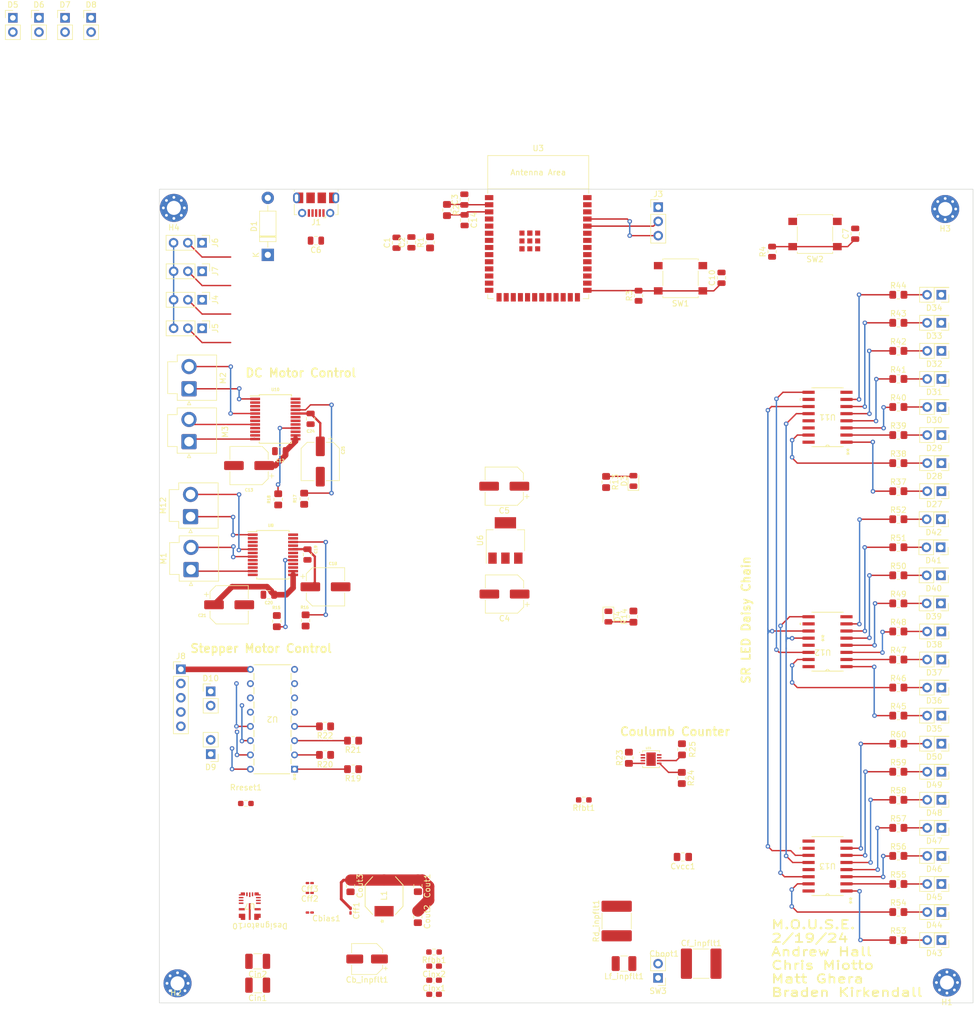
<source format=kicad_pcb>
(kicad_pcb (version 20221018) (generator pcbnew)
  (layers (0 "F.Cu" signal) (31 "B.Cu" signal) (34 "B.Paste" user) (35 "F.Paste" user) (36 "B.SilkS" user "B.Silkscreen") (37 "F.SilkS" user "F.Silkscreen") (38 "B.Mask" user) (39 "F.Mask" user) (44 "Edge.Cuts" user))
  (net 0 "")
  (net 1 "+3.3V")
  (net 2 "GND")
  (net 3 "/ESP_3V3")
  (net 4 "+5V")
  (net 5 "GPIO0")
  (net 6 "CHIP_PU")
  (net 7 "Net-(U7-SW)")
  (net 8 "Net-(U7-CBOOT)")
  (net 9 "Net-(Cb_inpflt1-Pad1)")
  (net 10 "Net-(U7-FB)")
  (net 11 "Net-(SW3-B)")
  (net 12 "Net-(U7-EN)")
  (net 13 "Net-(U7-VCC)")
  (net 14 "Net-(D1-A)")
  (net 15 "Net-(D3-A)")
  (net 16 "Net-(D4-A)")
  (net 17 "Net-(D27-A)")
  (net 18 "Net-(D28-A)")
  (net 19 "Net-(D29-A)")
  (net 20 "Net-(D30-A)")
  (net 21 "Net-(D31-A)")
  (net 22 "Net-(D32-A)")
  (net 23 "Net-(D33-A)")
  (net 24 "Net-(D34-A)")
  (net 25 "Net-(D35-A)")
  (net 26 "Net-(D36-A)")
  (net 27 "Net-(D37-A)")
  (net 28 "Net-(D38-A)")
  (net 29 "Net-(D39-A)")
  (net 30 "Net-(D40-A)")
  (net 31 "Net-(D41-A)")
  (net 32 "Net-(D42-A)")
  (net 33 "Net-(D43-A)")
  (net 34 "Net-(D44-A)")
  (net 35 "Net-(D45-A)")
  (net 36 "Net-(D46-A)")
  (net 37 "Net-(D47-A)")
  (net 38 "Net-(D48-A)")
  (net 39 "Net-(D49-A)")
  (net 40 "Net-(D50-A)")
  (net 41 "GPIO19")
  (net 42 "GPIO20")
  (net 45 "RXD")
  (net 46 "TXD")
  (net 47 "PIR1")
  (net 48 "PIR2")
  (net 49 "PIR3")
  (net 50 "PIR4")
  (net 51 "Net-(U2-OUT1)")
  (net 52 "MD1-1")
  (net 53 "Net-(U8-AIN1)")
  (net 54 "MD1-2")
  (net 55 "Net-(U8-AIN2)")
  (net 56 "MD2-1")
  (net 57 "Net-(U10-AIN1)")
  (net 58 "MD2-2")
  (net 59 "Net-(U10-AIN2)")
  (net 60 "SMD1")
  (net 61 "Net-(U2-IN1)")
  (net 62 "SMD2")
  (net 63 "Net-(U2-IN2)")
  (net 64 "SMD3")
  (net 65 "Net-(U2-IN3)")
  (net 66 "SMD4")
  (net 67 "Net-(U2-IN4)")
  (net 68 "CC-2")
  (net 69 "CC-1")
  (net 70 "CC-3")
  (net 71 "Net-(U11-QB)")
  (net 72 "Net-(U11-QA)")
  (net 73 "Net-(U11-QC)")
  (net 74 "Net-(U11-QD)")
  (net 75 "Net-(U11-QE)")
  (net 76 "Net-(U11-QF)")
  (net 77 "Net-(U11-QG)")
  (net 78 "Net-(U11-QH)")
  (net 79 "Net-(U12-QB)")
  (net 80 "Net-(U12-QA)")
  (net 81 "Net-(U12-QC)")
  (net 82 "Net-(U12-QD)")
  (net 83 "Net-(U12-QE)")
  (net 84 "Net-(U12-QF)")
  (net 85 "Net-(U12-QG)")
  (net 86 "Net-(U12-QH)")
  (net 87 "Net-(U13-QB)")
  (net 88 "Net-(U13-QA)")
  (net 89 "Net-(U13-QC)")
  (net 90 "Net-(U13-QD)")
  (net 91 "Net-(U13-QE)")
  (net 92 "Net-(U13-QF)")
  (net 93 "Net-(U13-QG)")
  (net 94 "Net-(U13-QH)")
  (net 95 "Net-(U7-RESET)")
  (net 96 "18V")
  (net 103 "LATCH")
  (net 104 "STBY")
  (net 106 "SER")
  (net 107 "CLK")
  (net 117 "MD2")
  (net 118 "MD1")
  (net 119 "Net-(U11-QH')")
  (net 120 "Net-(U12-QH')")
  (net 124 "Net-(D5-A1)")
  (net 125 "Net-(D5-A2)")
  (net 126 "Net-(D6-A1)")
  (net 127 "Net-(D6-A2)")
  (net 128 "Net-(D7-A1)")
  (net 129 "Net-(D7-A2)")
  (net 130 "Net-(D8-A1)")
  (net 131 "Net-(D8-A2)")
  (net 132 "Net-(D9-A1)")
  (net 133 "Net-(D9-A2)")
  (net 134 "Net-(D10-A2)")
  (footprint "Connector_USB:USB_Micro-B_Molex-105017-0001" (layer "F.Cu") (at 55.88 35.14369 180)
    (fp_text reference "J1")
    (fp_text value "USB_B_Micro")
  )
  (footprint "Capacitor_SMD:C_1210_3225Metric_Pad1.33x2.70mm_HandSolder" (layer "F.Cu") (at 45.461255 169.959407 180)
    (fp_text reference "Cin2")
    (fp_text value "10uF")
  )
  (footprint "MountingHole:MountingHole_2.5mm_Pad_Via" (layer "F.Cu") (at 30.521393 35.695996 180)
    (fp_text reference "H4")
    (fp_text value "MountingHole")
  )
  (footprint "Resistor_SMD:R_0805_2012Metric_Pad1.20x1.40mm_HandSolder" (layer "F.Cu") (at 159.635568 101.176187)
    (fp_text reference "R50")
    (fp_text value "200Ω")
  )
  (footprint "ULN2003APG:DIP-16L_6P35X19P18_TOS" (layer "F.Cu") (at 52.030198 135.71348 180)
    (fp_text reference "U2")
    (fp_text value "ULN2003APG")
  )
  (footprint "Capacitor_SMD:C_0805_2012Metric" (layer "F.Cu") (at 70.202146 41.906868 90)
    (fp_text reference "C1")
    (fp_text value "10uF/25V")
  )
  (footprint "MountingHole:MountingHole_2.5mm_Pad_Via" (layer "F.Cu") (at 31.173616 173.878341 180)
    (fp_text reference "H2")
    (fp_text value "MountingHole")
  )
  (footprint "Resistor_SMD:R_0805_2012Metric_Pad1.20x1.40mm_HandSolder" (layer "F.Cu") (at 57.4602 133.17348 180)
    (fp_text reference "R20")
    (fp_text value "20Ohm")
  )
  (footprint "SN74HC595NSR:NS16" (layer "F.Cu") (at 147.013768 113.001187 180)
    (fp_text reference "U12")
    (fp_text value "74HC595")
  )
  (footprint "Capacitor_SMD:C_0201_0603Metric_Pad0.64x0.40mm_HandSolder" (layer "F.Cu") (at 54.736255 156.014607 180)
    (fp_text reference "Cff3")
    (fp_text value "6.8pF")
  )
  (footprint "Resistor_SMD:R_0603_1608Metric_Pad0.98x0.95mm_HandSolder" (layer "F.Cu") (at 76.891035 168.304023 180)
    (fp_text reference "Rfbb1")
    (fp_text value "24.9kOhm")
  )
  (footprint "Connector_PinHeader_2.54mm:PinHeader_2x01_P2.54mm_Vertical" (layer "F.Cu") (at 167.219168 106.176187 180)
    (fp_text reference "D39")
    (fp_text value "LED")
  )
  (footprint "Capacitor_SMD:CP_Elec_6.3x7.7" (layer "F.Cu") (at 57.542791 103.221861)
    (fp_text reference "C18")
    (fp_text value "10uF")
  )
  (footprint "Connector_PinHeader_2.54mm:PinHeader_2x01_P2.54mm_Vertical" (layer "F.Cu") (at 167.29738 116.176187 180)
    (fp_text reference "D37")
    (fp_text value "LED")
  )
  (footprint "Connector_PinHeader_2.54mm:PinHeader_2x01_P2.54mm_Vertical" (layer "F.Cu") (at 167.29738 126.176187 180)
    (fp_text reference "D35")
    (fp_text value "LED")
  )
  (footprint "Capacitor_SMD:C_2220_5750Metric_Pad1.97x5.40mm_HandSolder" (layer "F.Cu") (at 109.4325 162.7775 90)
    (fp_text reference "Rd_inpflt1")
    (fp_text value "100mOhm")
  )
  (footprint "Connector_PinHeader_2.54mm:PinHeader_1x02_P2.54mm_Vertical" (layer "F.Cu") (at 37.083967 121.854431)
    (fp_text reference "D10")
    (fp_text value "D_TVS")
  )
  (footprint "Capacitor_SMD:C_0805_2012Metric_Pad1.18x1.45mm_HandSolder" (layer "F.Cu") (at 121.23 151.36 180)
    (fp_text reference "Cvcc1")
    (fp_text value "2.2uF")
  )
  (footprint "Capacitor_SMD:C_0805_2012Metric_Pad1.18x1.45mm_HandSolder" (layer "F.Cu") (at 62 156.5375 -90)
    (fp_text reference "Cout3")
    (fp_text value "10uF")
  )
  (footprint "Connector_PinHeader_2.54mm:PinHeader_1x02_P2.54mm_Vertical" (layer "F.Cu") (at 6.475 1.825)
    (fp_text reference "D6")
    (fp_text value "D_TVS")
  )
  (footprint "Resistor_SMD:R_0805_2012Metric_Pad1.20x1.40mm_HandSolder" (layer "F.Cu") (at 159.635568 161.176187)
    (fp_text reference "R54")
    (fp_text value "200Ω")
  )
  (footprint "Connector_PinHeader_2.54mm:PinHeader_1x03_P2.54mm_Vertical" (layer "F.Cu") (at 35.56 52.07 -90)
    (fp_text reference "J4")
    (fp_text value "PIR 1 Header")
  )
  (footprint "Connector_PinHeader_2.54mm:PinHeader_1x03_P2.54mm_Vertical" (layer "F.Cu") (at 35.545 41.91 -90)
    (fp_text reference "J6")
    (fp_text value "PIR 3 Header")
  )
  (footprint "Connector_PinHeader_2.54mm:PinHeader_2x01_P2.54mm_Vertical" (layer "F.Cu") (at 167.31086 136.176187 180)
    (fp_text reference "D49")
    (fp_text value "LED")
  )
  (footprint "Capacitor_SMD:C_0201_0603Metric_Pad0.64x0.40mm_HandSolder" (layer "F.Cu") (at 54.736255 157.764607 180)
    (fp_text reference "Cff2")
    (fp_text value "6.8pF")
  )
  (footprint "Connector_PinHeader_2.54mm:PinHeader_2x01_P2.54mm_Vertical" (layer "F.Cu") (at 167.31086 76.176187 180)
    (fp_text reference "D29")
    (fp_text value "LED")
  )
  (footprint "MountingHole:MountingHole_2.5mm_Pad_Via" (layer "F.Cu") (at 167.984748 35.893713 180)
    (fp_text reference "H3")
    (fp_text value "MountingHole")
  )
  (footprint "Connector_JST:JST_VH_B2P-VH_1x02_P3.96mm_Vertical" (layer "F.Cu") (at 33.226635 67.93133 90)
    (fp_text reference "M2")
    (fp_text value "Motor_DC")
  )
  (footprint "Connector_PinHeader_2.54mm:PinHeader_1x02_P2.54mm_Vertical" (layer "F.Cu") (at 116.8125 172.92 180)
    (fp_text reference "SW3")
    (fp_text value "SW_SPST")
  )
  (footprint "Resistor_SMD:R_0805_2012Metric_Pad1.20x1.40mm_HandSolder" (layer "F.Cu") (at 159.635568 86.176187)
    (fp_text reference "R37")
    (fp_text value "200Ω")
  )
  (footprint "LTC2944IDD_PBF:SON300X300X80-9N" (layer "F.Cu") (at 115.564413 133.932587)
    (fp_text reference "U23")
    (fp_text value "LTC2944IDD_PBF")
  )
  (footprint "Resistor_SMD:R_0805_2012Metric_Pad1.20x1.40mm_HandSolder" (layer "F.Cu") (at 111.611311 133.683681 90)
    (fp_text reference "R23")
    (fp_text value "2k")
  )
  (footprint "Connector_PinHeader_2.54mm:PinHeader_1x02_P2.54mm_Vertical" (layer "F.Cu") (at 11.125 1.825)
    (fp_text reference "D7")
    (fp_text value "D_TVS")
  )
  (footprint "Resistor_SMD:R_0805_2012Metric_Pad1.20x1.40mm_HandSolder" (layer "F.Cu") (at 57.4602 128.09348 180)
    (fp_text reference "R22")
    (fp_text value "20Ohm")
  )
  (footprint "Capacitor_SMD:C_0805_2012Metric_Pad1.18x1.45mm_HandSolder" (layer "F.Cu") (at 74 162.0375 -90)
    (fp_text reference "Cout2")
    (fp_text value "10uF")
  )
  (footprint "Resistor_SMD:R_0805_2012Metric_Pad1.20x1.40mm_HandSolder" (layer "F.Cu") (at 48.867818 109.336242 -90)
    (fp_text reference "R15")
    (fp_text value "20Ohm")
  )
  (footprint "Connector_PinHeader_2.54mm:PinHeader_2x01_P2.54mm_Vertical" (layer "F.Cu") (at 167.219168 91.176187 180)
    (fp_text reference "D42")
    (fp_text value "LED")
  )
  (footprint "Connector_PinHeader_2.54mm:PinHeader_2x01_P2.54mm_Vertical" (layer "F.Cu") (at 167.31086 71.176187 180)
    (fp_text reference "D30")
    (fp_text value "LED")
  )
  (footprint "Capacitor_SMD:C_0603_1608Metric_Pad1.08x0.95mm_HandSolder" (layer "F.Cu") (at 76.891035 175.834023 180)
    (fp_text reference "Cboot1")
    (fp_text value "100nF")
  )
  (footprint "Connector_PinHeader_2.54mm:PinHeader_1x03_P2.54mm_Vertical" (layer "F.Cu") (at 35.56 57.15 -90)
    (fp_text reference "J5")
    (fp_text value "PIR 2 Header")
  )
  (footprint "Capacitor_SMD:C_0805_2012Metric_Pad1.18x1.45mm_HandSolder" (layer "F.Cu") (at 74.016176 156.514132 -90)
    (fp_text reference "Cout1")
    (fp_text value "10uF")
  )
  (footprint "Connector_PinHeader_2.54mm:PinHeader_1x02_P2.54mm_Vertical" (layer "F.Cu") (at 37.083967 133.034611 180)
    (fp_text reference "D9")
    (fp_text value "D_TVS")
  )
  (footprint "Resistor_SMD:R_0603_1608Metric_Pad0.98x0.95mm_HandSolder" (layer "F.Cu") (at 103.575 141.2 180)
    (fp_text reference "Rfbt1")
    (fp_text value "100kOhm")
  )
  (footprint "Diode_THT:D_DO-41_SOD81_P10.16mm_Horizontal" (layer "F.Cu") (at 47.26 44.06619 90)
    (fp_text reference "D1")
    (fp_text value "1N5819")
  )
  (footprint "SN74HC595NSR:NS16" (layer "F.Cu") (at 147.013768 152.981187 180)
    (fp_text reference "U13")
    (fp_text value "74HC595")
  )
  (footprint "Connector_PinHeader_2.54mm:PinHeader_2x01_P2.54mm_Vertical" (layer "F.Cu") (at 167.31086 166.176187 180)
    (fp_text reference "D43")
    (fp_text value "LED")
  )
  (footprint "Connector_PinHeader_2.54mm:PinHeader_2x01_P2.54mm_Vertical" (layer "F.Cu") (at 167.31086 151.176187 180)
    (fp_text reference "D46")
    (fp_text value "LED")
  )
  (footprint "Resistor_SMD:R_0805_2012Metric_Pad1.20x1.40mm_HandSolder" (layer "F.Cu") (at 62.4602 130.63348 180)
    (fp_text reference "R21")
    (fp_text value "20Ohm")
  )
  (footprint "Resistor_SMD:R_0805_2012Metric_Pad1.20x1.40mm_HandSolder" (layer "F.Cu") (at 159.635568 126.176187)
    (fp_text reference "R45")
    (fp_text value "200Ω")
  )
  (footprint "Connector_PinHeader_2.54mm:PinHeader_2x01_P2.54mm_Vertical" (layer "F.Cu") (at 167.31086 66.176187 180)
    (fp_text reference "D31")
    (fp_text value "LED")
  )
  (footprint "Package_TO_SOT_SMD:SOT-223-3_TabPin2" (layer "F.Cu") (at 89.604799 94.960645 90)
    (fp_text reference "U6")
    (fp_text value "LD1117S33TR_SOT223")
  )
  (footprint "Button_Switch_SMD:SW_SPST_B3S-1000" (layer "F.Cu") (at 120.815 48.234289 180)
    (fp_text reference "SW1")
    (fp_text value "BOOT")
  )
  (footprint "Capacitor_SMD:CP_Elec_6.3x7.7" (layer "F.Cu") (at 43.920544 81.612317 180)
    (fp_text reference "C13")
    (fp_text value "10uF")
  )
  (footprint "Resistor_SMD:R_0805_2012Metric_Pad1.20x1.40mm_HandSolder" (layer "F.Cu") (at 159.635568 76.176187)
    (fp_text reference "R39")
    (fp_text value "200Ω")
  )
  (footprint "Connector_PinHeader_2.54mm:PinHeader_2x01_P2.54mm_Vertical" (layer "F.Cu") (at 167.292787 56.176187 180)
    (fp_text reference "D33")
    (fp_text value "LED")
  )
  (footprint "Capacitor_SMD:C_0805_2012Metric" (layer "F.Cu") (at 128.115657 48.150935 90)
    (fp_text reference "C10")
    (fp_text value "0.1uF/50V")
  )
  (footprint "Espressif:ESP32-S3-WROOM-1" (layer "F.Cu") (at 95.455605 42.123638)
    (fp_text reference "U3")
    (fp_text value "ESP32-S3-WROOM-1")
  )
  (footprint "Inductor_SMD:L_1210_3225Metric_Pad1.42x2.65mm_HandSolder" (layer "F.Cu") (at 110.745 170.36 180)
    (fp_text reference "Lf_inpflt1")
    (fp_text value "220nH")
  )
  (footprint "Resistor_SMD:R_0805_2012Metric_Pad1.20x1.40mm_HandSolder" (layer "F.Cu") (at 49.113414 87.637822 90)
    (fp_text reference "R18")
    (fp_text value "20Ohm")
  )
  (footprint "Resistor_SMD:R_0805_2012Metric_Pad1.20x1.40mm_HandSolder" (layer "F.Cu") (at 159.635568 141.176187)
    (fp_text reference "R58")
    (fp_text value "200Ω")
  )
  (footprint "Capacitor_SMD:CP_Elec_6.3x7.7" (layer "F.Cu") (at 89.4 85.28891 180)
    (fp_text reference "C5")
    (fp_text value "10uF")
  )
  (footprint "Connector_PinHeader_2.54mm:PinHeader_2x01_P2.54mm_Vertical" (layer "F.Cu") (at 167.175568 96.176187 180)
    (fp_text reference "D41")
    (fp_text value "LED")
  )
  (footprint "Resistor_SMD:R_0805_2012Metric_Pad1.20x1.40mm_HandSolder" (layer "F.Cu") (at 53.994555 109.214103 90)
    (fp_text reference "R16")
    (fp_text value "20Ohm")
  )
  (footprint "Capacitor_SMD:C_2220_5750Metric_Pad1.97x5.40mm_HandSolder" (layer "F.Cu") (at 124.5 170.38)
    (fp_text reference "Cf_inpflt1")
    (fp_text value "4.7uF")
  )
  (footprint "Capacitor_SMD:C_0805_2012Metric" (layer "F.Cu") (at 54.328869 97.466387 -90)
    (fp_text reference "C19")
    (fp_text value "0.1uF")
  )
  (footprint "Connector_PinHeader_2.54mm:PinHeader_2x01_P2.54mm_Vertical" (layer "F.Cu") (at 167.31086 156.176187 180)
    (fp_text reference "D45")
    (fp_text value "LED")
  )
  (footprint "Resistor_SMD:R_0805_2012Metric" (layer "F.Cu") (at 113.335115 51.350611 90)
    (fp_text reference "R3")
    (fp_text value "10k")
  )
  (footprint "Resistor_SMD:R_0805_2012Metric_Pad1.20x1.40mm_HandSolder" (layer "F.Cu") (at 121.03886 137.284012 -90)
    (fp_text reference "R24")
    (fp_text value "2k")
  )
  (footprint "LED_SMD:LED_0805_2012Metric" (layer "F.Cu") (at 112.42 84.35141 90)
    (fp_text reference "D3")
    (fp_text value "LED")
  )
  (footprint "Capacitor_SMD:C_0805_2012Metric" (layer "F.Cu") (at 151.944725 40.30638 90)
    (fp_text reference "C7")
    (fp_text value "0.1uF/50V")
  )
  (footprint "LM62460RPHR:RPH0016A" (layer "F.Cu") (at 44.040756 160.129408 180)
    (fp_text reference "U7")
    (fp_text value "LM62460RPHR")
  )
  (footprint "MountingHole:MountingHole_2.5mm_Pad_Via" (layer "F.Cu") (at 168.296447 173.741919 180)
    (fp_text reference "H1")
    (fp_text value "MountingHole")
  )
  (footprint "Resistor_SMD:R_0805_2012Metric_Pad1.20x1.40mm_HandSolder" (layer "F.Cu") (at 159.635568 51.176187)
    (fp_text reference "R44")
    (fp_text value "200Ω")
  )
  (footprint "Resistor_SMD:R_0805_2012Metric_Pad1.20x1.40mm_HandSolder" (layer "F.Cu") (at 159.635568 136.176187)
    (fp_text reference "R59")
    (fp_text value "200Ω")
  )
  (footprint "Capacitor_SMD:C_0603_1608Metric_Pad1.08x0.95mm_HandSolder" (layer "F.Cu") (at 76.891035 173.324023 180)
    (fp_text reference "Cinx1")
    (fp_text value "1uF")
  )
  (footprint "Resistor_SMD:R_0805_2012Metric_Pad1.20x1.40mm_HandSolder" (layer "F.Cu") (at 159.635568 166.176187)
    (fp_text reference "R53")
    (fp_text value "200Ω")
  )
  (footprint "Capacitor_SMD:C_0805_2012Metric" (layer "F.Cu") (at 72.850255 41.838967 90)
    (fp_text reference "C2")
    (fp_text value "1uF/50V")
  )
  (footprint "Capacitor_SMD:C_0201_0603Metric_Pad0.64x0.40mm_HandSolder" (layer "F.Cu") (at 54.736255 161.264607 180)
    (fp_text reference "Cbias1")
    (fp_text value "1uF")
  )
  (footprint "Resistor_SMD:R_0805_2012Metric_Pad1.20x1.40mm_HandSolder" (layer "F.Cu") (at 121.06674 132.180399 90)
    (fp_text reference "R25")
    (fp_text value "2k")
  )
  (footprint "Capacitor_SMD:C_0805_2012Metric" (layer "F.Cu") (at 82.333653 37.879327 -90)
    (fp_text reference "C14")
    (fp_text value "1uf/16V")
  )
  (footprint "Connector_PinHeader_2.54mm:PinHeader_2x01_P2.54mm_Vertical" (layer "F.Cu") (at 167.29738 111.176187 180)
    (fp_text reference "D38")
    (fp_text value "LED")
  )
  (footprint "Capacitor_SMD:C_0805_2012Metric" (layer "F.Cu") (at 54.883303 73.280969 -90)
    (fp_text reference "C24")
    (fp_text value "0.1uF")
  )
  (footprint "Package_SO:SSOP-24_5.3x8.2mm_P0.65mm" (layer "F.Cu") (at 48.604138 73.312879)
    (fp_text reference "U10")
    (fp_text value "TB6612FNG")
  )
  (footprint "Connector_PinHeader_2.54mm:PinHeader_2x01_P2.54mm_Vertical" (layer "F.Cu") (at 167.31086 141.176187 180)
    (fp_text reference "D48")
    (fp_text value "LED")
  )
  (footprint "Resistor_SMD:R_0805_2012Metric_Pad1.20x1.40mm_HandSolder" (layer "F.Cu") (at 159.635568 106.176187)
    (fp_text reference "R49")
    (fp_text value "200Ω")
  )
  (footprint "Capacitor_SMD:C_1210_3225Metric_Pad1.33x2.70mm_HandSolder" (layer "F.Cu") (at 45.461255 174.209407 180)
    (fp_text reference "Cin1")
    (fp_text value "10uF")
  )
  (footprint "Connector_PinHeader_2.54mm:PinHeader_1x02_P2.54mm_Vertical" (layer "F.Cu") (at 1.825 1.825)
    (fp_text reference "D5")
    (fp_text value "D_TVS")
  )
  (footprint "Button_Switch_SMD:SW_SPST_B3S-1000" (layer "F.Cu") (at 144.78 40.35 180)
    (fp_text reference "SW2")
    (fp_text value "RESET")
  )
  (footprint "Capacitor_SMD:C_0805_2012Metric" (layer "F.Cu") (at 82.288386 34.211509 90)
    (fp_text reference "C3")
    (fp_text value "1uF/16V")
  )
  (footprint "Resistor_SMD:R_0805_2012Metric_Pad1.20x1.40mm_HandSolder" (layer "F.Cu") (at 159.635568 56.176187)
    (fp_text reference "R43")
    (fp_text value "200Ω")
  )
  (footprint "Capacitor_SMD:C_0805_2012Metric" (layer "F.Cu") (at 47.427173 104.628539 180)
    (fp_text reference "C20")
    (fp_text value "0.1uF")
  )
  (footprint "Resistor_SMD:R_0805_2012Metric_Pad1.20x1.40mm_HandSolder" (layer "F.Cu") (at 159.635568 66.176187)
    (fp_text reference "R41")
    (fp_text value "200Ω")
  )
  (footprint "Connector_JST:JST_VH_B2P-VH_1x02_P3.96mm_Vertical" (layer "F.Cu") (at 33.49475 90.718578 90)
    (fp_text reference "M12")
    (fp_text value "Motor_DC")
  )
  (footprint "Resistor_SMD:R_0805_2012Metric_Pad1.20x1.40mm_HandSolder" (layer "F.Cu") (at 159.635568 61.176187)
    (fp_text reference "R42")
    (fp_text value "200Ω")
  )
  (footprint "Connector_PinHeader_2.54mm:PinHeader_2x01_P2.54mm_Vertical" (layer "F.Cu") (at 167.292787 51.176187 180)
    (fp_text reference "D34")
    (fp_text value "LED")
  )
  (footprint "Resistor_SMD:R_0805_2012Metric_Pad1.20x1.40mm_HandSolder" (layer "F.Cu") (at 62.4602 135.71348 180)
    (fp_text reference "R19")
    (fp_text value "20Ohm")
  )
  (footprint "Resistor_SMD:R_0805_2012Metric_Pad1.20x1.40mm_HandSolder" (layer "F.Cu") (at 159.635568 156.176187)
    (fp_text reference "R55")
    (fp_text value "200Ω")
  )
  (footprint "Resistor_SMD:R_0805_2012Metric_Pad1.20x1.40mm_HandSolder" (layer "F.Cu") (at 159.635568 116.176187)
    (fp_text reference "R47")
    (fp_text value "200Ω")
  )
  (footprint "Connector_PinHeader_2.54mm:PinHeader_2x01_P2.54mm_Vertical" (layer "F.Cu") (at 167.31086 81.176187 180)
    (fp_text reference "D28")
    (fp_text value "LED")
  )
  (footprint "Resistor_SMD:R_0805_2012Metric_Pad1.20x1.40mm_HandSolder" (layer "F.Cu") (at 159.635568 71.176187)
    (fp_text reference "R40")
    (fp_text value "200Ω")
  )
  (footprint "Capacitor_SMD:C_0201_0603Metric_Pad0.64x0.40mm_HandSolder" (layer "F.Cu") (at 62 160.9325 -90)
    (fp_text reference "Cff1")
    (fp_text value "6.8pF")
  )
  (footprint "Connector_PinHeader_2.54mm:PinHeader_1x03_P2.54mm_Vertical" (layer "F.Cu") (at 35.56 46.99 -90)
    (fp_text reference "J7")
    (fp_text value "PIR 4 Header")
  )
  (footprint "Resistor_SMD:R_0805_2012Metric_Pad1.20x1.40mm_HandSolder" (layer "F.Cu") (at 159.635568 121.176187)
    (fp_text reference "R46")
    (fp_text value "200Ω")
  )
  (footprint "Resistor_SMD:R_0805_2012Metric_Pad1.20x1.40mm_HandSolder" (layer "F.Cu") (at 159.635568 96.176187)
    (fp_text reference "R51")
    (fp_text value "200Ω")
  )
  (footprint "Resistor_SMD:R_0805_2012Metric_Pad1.20x1.40mm_HandSolder" (layer "F.Cu") (at 53.742908 87.524064 90)
    (fp_text reference "R17")
    (fp_text value "20Ohm")
  )
  (footprint "Capacitor_SMD:C_0805_2012Metric" (layer "F.Cu") (at 49.476284 79.048129 180)
    (fp_text reference "C12")
    (fp_text value "0.1uF")
  )
  (footprint "Capacitor_SMD:CP_Elec_6.3x7.7" (layer "F.Cu") (at 89.444799 104.510645 180)
    (fp_text reference "C4")
    (fp_text value "10uF")
  )
  (footprint "Resistor_SMD:R_0805_2012Metric_Pad1.20x1.40mm_HandSolder" (layer "F.Cu") (at 79.187609 36.072181 -90)
    (fp_text reference "R2")
    (fp_text value "10K")
  )
  (footprint "Resistor_SMD:R_0805_2012Metric_Pad1.20x1.40mm_HandSolder" (layer "F.Cu") (at 159.635568 146.176187)
    (fp_text reference "R57")
    (fp_text value "200Ω")
  )
  (footprint "Capacitor_SMD:C_0805_2012Metric" (layer "F.Cu") (at 55.83 41.52619 180)
    (fp_text reference "C6")
    (fp_text value "10uF/25V")
  )
  (footprint "Connector_PinHeader_2.54mm:PinHeader_2x01_P2.54mm_Vertical" (layer "F.Cu") (at 167.31086 161.176187 180)
    (fp_text reference "D44")
    (fp_text value "LED")
  )
  (footprint "Connector_JST:JST_VH_B2P-VH_1x02_P3.96mm_Vertical" (layer "F.Cu") (at 33.572928 100.152078 90)
    (fp_text reference "M1")
    (fp_text value "Motor_DC")
  )
  (footprint "Connector_PinHeader_2.54mm:PinHeader_1x02_P2.54mm_Vertical" (layer "F.Cu") (at 15.775 1.825)
    (fp_text reference "D8")
    (fp_text value "D_TVS")
  )
  (footprint "Resistor_SMD:R_0805_2012Metric_Pad1.20x1.40mm_HandSolder" (layer "F.Cu") (at 76.177366 41.83544 90)
    (fp_text reference "R1")
    (fp_text value "0")
  )
  (footprint "LED_SMD:LED_0805_2012Metric" (layer "F.Cu") (at 107.95891 108.52143 -90)
    (fp_text reference "D4")
    (fp_text value "LED")
  )
  (footprint "Capacitor_SMD:CP_Elec_6.3x7.7" (layer "F.Cu") (at 56.612219 80.890902 -90)
    (fp_text reference "C25")
    (fp_text value "10uF")
  )
  (footprint "Resistor_SMD:R_0805_2012Metric_Pad1.20x1.40mm_HandSolder" (layer "F.Cu") (at 159.635568 111.176187)
    (fp_text reference "R48")
    (fp_text value "200Ω")
  )
  (footprint "Connector_JST:JST_VH_B2P-VH_1x02_P3.96mm_Vertical" (layer "F.Cu") (at 33.217507 77.353258 90)
    (fp_text reference "M3")
    (fp_text value "Motor_DC")
  )
  (footprint "Capacitor_SMD:CP_Elec_6.3x7.7" (layer "F.Cu") (at 40.371769 106.421133)
    (fp_text reference "C21")
    (fp_text value "10uF")
  )
  (footprint "Connector_PinHeader_2.54mm:PinHeader_2x01_P2.54mm_Vertical" (layer "F.Cu") (at 167.29738 121.176187 180)
    (fp_text reference "D36")
    (fp_text value "LED")
  )
  (footprint "Connector_PinHeader_2.54mm:PinHeader_2x01_P2.54mm_Vertical" (layer "F.Cu") (at 167.31086 86.176187 180)
    (fp_text reference "D27")
    (fp_text value "LED")
  )
  (footprint "Connector_PinHeader_2.54mm:PinHeader_2x01_P2.54mm_Vertical" (layer "F.Cu") (at 167.31086 146.176187 180)
    (fp_text reference "D47")
    (fp_text value "LED")
  )
  (footprint "Connector_PinHeader_2.54mm:PinHeader_2x01_P2.54mm_Vertical" (layer "F.Cu") (at 167.219168 101.176187 180)
    (fp_text reference "D40")
    (fp_text value "LED")
  )
  (footprint "Resistor_SMD:R_0805_2012Metric_Pad1.20x1.40mm_HandSolder" (layer "F.Cu") (at 159.635568 91.176187)
    (fp_text reference "R52")
    (fp_text value "200Ω")
  )
  (footprint "Resistor_SMD:R_0805_2012Metric_Pad1.20x1.40mm_HandSolder" (layer "F.Cu") (at 159.635568 81.176187)
    (fp_text reference "R38")
    (fp_text value "200Ω")
  )
  (footprint "Resistor_SMD:R_0805_2012Metric" (layer "F.Cu") (at 137.130516 43.501667 90)
    (fp_text reference "R4")
    (fp_text value "10k")
  )
  (footprint "Resistor_SMD:R_0805_2012Metric_Pad1.20x1.40mm_HandSolder" (layer "F.Cu") (at 112.42 108.53 90)
    (fp_text reference "R14")
    (fp_text value "333Ω")
  )
  (footprint "Resistor_SMD:R_0805_2012Metric_Pad1.20x1.40mm_HandSolder" (layer "F.Cu") (at 159.635568 151.176187)
    (fp_text reference "R56")
    (fp_text value "200Ω")
  )
  (footprint "Connector_PinHeader_2.54mm:PinHeader_2x01_P2.54mm_Vertical" (layer "F.Cu") (at 167.31086 61.176187 180)
    (fp_text reference "D32")
    (fp_text value "LED")
  )
  (footprint "SPM6530T-1R0M120:IND_SPM6530_TDK" (layer "F.Cu") (at 67.980045 158.250535 90)
    (fp_text reference "L1")
    (fp_text value "1uH")
  )
  (footprint "Package_SO:SSOP-24_5.3x8.2mm_P0.65mm" (layer "F.Cu") (at 48.172359 97.509196)
    (fp_text reference "U8")
    (fp_text value "TB6612FNG")
  )
  (footprint "Resistor_SMD:R_0805_2012Metric_Pad1.20x1.40mm_HandSolder" (layer "F.Cu") (at 107.551943 84.541745 -90)
    (fp_text reference "R13")
    (fp_text value "200Ω")
  )
  (footprint "Connector_PinHeader_2.54mm:PinHeader_2x01_P2.54mm_Vertical" (layer "F.Cu") (at 167.31086 131.176187 180)
    (fp_text reference "D50")
    (fp_text value "LED")
  )
  (footprint "Connector_PinHeader_2.54mm:PinHeader_1x05_P2.54mm_Vertical" (layer "F.Cu") (at 31.768125 117.909684)
    (fp_text reference "J8")
    (fp_text value "step. mot. con.")
  )
  (footprint "SN74HC595NSR:NS16" (layer "F.Cu") (at 147.013768 73.001187 180)
    (fp_text reference "U11")
    (fp_text value "74HC595")
  )
  (footprint "Capacitor_SMD:C_0603_1608Metric_Pad1.08x0.95mm_HandSolder" (layer "F.Cu") (at 76.891035 170.814023 180)
    (fp_text reference "Cinx2")
    (fp_text value "1uF")
  )
  (footprint "Resistor_SMD:R_0603_1608Metric_Pad0.98x0.95mm_HandSolder" (layer "F.Cu") (at 43.3525 141.83 180)
    (fp_text reference "Rreset1")
    (fp_text value "100kOhm")
  )
  (footprint "Resistor_SMD:R_0805_2012Metric_Pad1.20x1.40mm_HandSolder" (layer "F.Cu") (at 159.635568 131.176187)
    (fp_text reference "R60")
    (fp_text value "200Ω")
  )
  (footprint "Connector_PinHeader_2.54mm:PinHeader_1x03_P2.54mm_Vertical" (layer "F.Cu") (at 116.84 35.56)
    (fp_text reference "J3")
    (fp_text value "TXD/RXD/GND")
  )
  (footprint "Capacitor_SMD:CP_Elec_5x5.9" (layer "F.Cu") (at 64.957187 169.542711 180)
    (fp_text reference "Cb_inpflt1")
    (fp_text value "4.7uF")
  )
  (gr_rect (start 27.94 32.363056) (end 172.94 177.363056) (stroke (width 0.1)) (fill none) (layer "Edge.Cuts"))
  (gr_text "SR LED Daisy Chain" (at 133.359928 120.66052 90) (layer "F.SilkS") (effects (font (size 1.5 1.5) (thickness 0.3) bold) (justify left bottom)))
  (gr_text "DC Motor Control" (at 43.12 65.98) (layer "F.SilkS") (effects (font (size 1.5 1.5) (thickness 0.3) bold) (justify left bottom)))
  (gr_text "Coulumb Counter" (at 109.88 129.9) (layer "F.SilkS") (effects (font (size 1.5 1.5) (thickness 0.3) bold) (justify left bottom)))
  (gr_text "M.O.U.S.E.\n2/19/24\nAndrew Hall\nChris Miotto\nMatt Ghera\nBraden Kirkendall" (at 136.797606 176.372759) (layer "F.SilkS") (effects (font (size 1.5 2) (thickness 0.3) bold) (justify left bottom)))
  (gr_text "Stepper Motor Control" (at 33.305688 115.080615) (layer "F.SilkS") (effects (font (size 1.5 1.5) (thickness 0.3) bold) (justify left bottom)))
  (segment (start 55.642791 97.830309) (end 55.642791 102.421861) (width 0.4) (layer "F.Cu") (net 1))
  (segment (start 54.883303 72.330969) (end 56.612219 74.059885) (width 0.4) (layer "F.Cu") (net 1))
  (segment (start 55.642791 102.421861) (end 54.842791 103.221861) (width 0.4) (layer "F.Cu") (net 1))
  (segment (start 54.328869 96.516387) (end 51.790168 96.516387) (width 0.4) (layer "F.Cu") (net 1))
  (segment (start 54.876393 72.337879) (end 54.883303 72.330969) (width 0.25) (layer "F.Cu") (net 1))
  (segment (start 52.204138 72.337879) (end 54.876393 72.337879) (width 0.4) (layer "F.Cu") (net 1))
  (segment (start 54.328869 96.516387) (end 55.642791 97.830309) (width 0.4) (layer "F.Cu") (net 1))
  (segment (start 51.790168 96.516387) (end 51.772359 96.534196) (width 0.25) (layer "F.Cu") (net 1))
  (segment (start 56.612219 74.059885) (end 56.612219 78.190902) (width 0.4) (layer "F.Cu") (net 1))
  (segment (start 30.48 52.07) (end 30.48 46.99) (width 0.25) (layer "B.Cu") (net 1))
  (segment (start 30.48 52.07) (end 30.48 57.15) (width 0.25) (layer "B.Cu") (net 1))
  (segment (start 30.48 46.99) (end 30.48 41.925) (width 0.25) (layer "B.Cu") (net 1))
  (segment (start 30.48 41.925) (end 30.465 41.91) (width 0.25) (layer "B.Cu") (net 1))
  (segment (start 82.199058 35.072181) (end 82.288386 35.161509) (width 0.25) (layer "F.Cu") (net 3))
  (segment (start 86.705605 35.133638) (end 82.316257 35.133638) (width 0.25) (layer "F.Cu") (net 3))
  (segment (start 82.316257 35.133638) (end 82.288386 35.161509) (width 0.25) (layer "F.Cu") (net 3))
  (segment (start 79.187609 35.072181) (end 82.199058 35.072181) (width 0.25) (layer "F.Cu") (net 3))
  (segment (start 62.024465 155.475535) (end 62 155.5) (width 0.25) (layer "F.Cu") (net 4))
  (segment (start 75.941176 159.058824) (end 75.941176 156.606594) (width 2) (layer "F.Cu") (net 4))
  (segment (start 60.348149 155.900617) (end 60.748766 155.5) (width 0.5) (layer "F.Cu") (net 4))
  (segment (start 67.980045 155.475535) (end 74.015079 155.475535) (width 2) (layer "F.Cu") (net 4))
  (segment (start 48.587096 81.612317) (end 46.620544 81.612317) (width 1) (layer "F.Cu") (net 4))
  (segment (start 50.426284 79.048129) (end 50.426284 79.773129) (width 1) (layer "F.Cu") (net 4))
  (segment (start 74 161) (end 75.941176 159.058824) (width 2) (layer "F.Cu") (net 4))
  (segment (start 40.889363 103.203539) (end 37.671769 106.421133) (width 1) (layer "F.Cu") (net 4))
  (segment (start 60.748766 155.5) (end 62 155.5) (width 0.5) (layer "F.Cu") (net 4))
  (segment (start 48.377173 104.628539) (end 47.877235 104.128601) (width 1) (layer "F.Cu") (net 4))
  (segment (start 44.1602 117.93348) (end 31.791921 117.93348) (width 1) (layer "F.Cu") (net 4))
  (segment (start 31.791921 117.93348) (end 31.768125 117.909684) (width 0.25) (layer "F.Cu") (net 4))
  (segment (start 50.55004 104.628539) (end 48.377173 104.628539) (width 1) (layer "F.Cu") (net 4))
  (segment (start 47.877235 104.128601) (end 47.877235 103.953171) (width 1) (layer "F.Cu") (net 4))
  (segment (start 75.941176 156.606594) (end 74.810117 155.475535) (width 2) (layer "F.Cu") (net 4))
  (segment (start 60.348149 158.873149) (end 60.348149 155.900617) (width 0.5) (layer "F.Cu") (net 4))
  (segment (start 47.877235 103.953171) (end 47.127603 103.203539) (width 1) (layer "F.Cu") (net 4))
  (segment (start 51.772359 103.40622) (end 50.55004 104.628539) (width 1) (layer "F.Cu") (net 4))
  (segment (start 47.127603 103.203539) (end 40.889363 103.203539) (width 1) (layer "F.Cu") (net 4))
  (segment (start 52.204138 76.887879) (end 52.204138 77.270275) (width 1) (layer "F.Cu") (net 4))
  (segment (start 67.980045 155.475535) (end 62.024465 155.475535) (width 2) (layer "F.Cu") (net 4))
  (segment (start 74.810117 155.475535) (end 74.015079 155.475535) (width 2) (layer "F.Cu") (net 4))
  (segment (start 62 160.525) (end 60.348149 158.873149) (width 0.5) (layer "F.Cu") (net 4))
  (segment (start 50.426284 79.773129) (end 48.587096 81.612317) (width 1) (layer "F.Cu") (net 4))
  (segment (start 74.015079 155.475535) (end 74.016176 155.476632) (width 0.25) (layer "F.Cu") (net 4))
  (segment (start 51.772359 101.084196) (end 51.772359 103.40622) (width 1) (layer "F.Cu") (net 4))
  (segment (start 52.204138 77.270275) (end 50.426284 79.048129) (width 1) (layer "F.Cu") (net 4))
  (segment (start 104.270078 50.438111) (end 104.205605 50.373638) (width 0.25) (layer "F.Cu") (net 5))
  (segment (start 124.79 50.484289) (end 126.732303 50.484289) (width 0.25) (layer "F.Cu") (net 5))
  (segment (start 116.84 50.484289) (end 124.79 50.484289) (width 0.25) (layer "F.Cu") (net 5))
  (segment (start 113.335115 50.438111) (end 104.270078 50.438111) (width 0.25) (layer "F.Cu") (net 5))
  (segment (start 126.732303 50.484289) (end 128.115657 49.100935) (width 0.25) (layer "F.Cu") (net 5))
  (segment (start 116.84 50.484289) (end 113.381293 50.484289) (width 0.25) (layer "F.Cu") (net 5))
  (segment (start 113.381293 50.484289) (end 113.335115 50.438111) (width 0.25) (layer "F.Cu") (net 5))
  (segment (start 79.330463 36.929327) (end 79.187609 37.072181) (width 0.25) (layer "F.Cu") (net 6))
  (segment (start 148.755 42.6) (end 150.601105 42.6) (width 0.25) (layer "F.Cu") (net 6))
  (segment (start 137.141349 42.6) (end 137.130516 42.589167) (width 0.25) (layer "F.Cu") (net 6))
  (segment (start 82.859342 36.403638) (end 82.333653 36.929327) (width 0.25) (layer "F.Cu") (net 6))
  (segment (start 86.705605 36.403638) (end 82.859342 36.403638) (width 0.25) (layer "F.Cu") (net 6))
  (segment (start 140.805 42.6) (end 137.141349 42.6) (width 0.25) (layer "F.Cu") (net 6))
  (segment (start 140.805 42.6) (end 148.755 42.6) (width 0.25) (layer "F.Cu") (net 6))
  (segment (start 150.601105 42.6) (end 151.944725 41.25638) (width 0.25) (layer "F.Cu") (net 6))
  (segment (start 82.333653 36.929327) (end 79.330463 36.929327) (width 0.25) (layer "F.Cu") (net 6))
  (segment (start 116.7925 170.36) (end 116.8125 170.38) (width 0.25) (layer "F.Cu") (net 11))
  (segment (start 112.292165 83.541745) (end 112.42 83.41391) (width 0.25) (layer "F.Cu") (net 15))
  (segment (start 107.551943 83.541745) (end 112.292165 83.541745) (width 0.25) (layer "F.Cu") (net 15))
  (segment (start 112.34893 109.45893) (end 112.42 109.53) (width 0.25) (layer "F.Cu") (net 16))
  (segment (start 107.95891 109.45893) (end 112.34893 109.45893) (width 0.25) (layer "F.Cu") (net 16))
  (segment (start 160.635568 86.176187) (end 164.77086 86.176187) (width 0.25) (layer "F.Cu") (net 17))
  (segment (start 160.635568 81.176187) (end 164.77086 81.176187) (width 0.25) (layer "F.Cu") (net 18))
  (segment (start 160.635568 76.176187) (end 164.77086 76.176187) (width 0.25) (layer "F.Cu") (net 19))
  (segment (start 160.635568 71.176187) (end 164.77086 71.176187) (width 0.25) (layer "F.Cu") (net 20))
  (segment (start 160.635568 66.176187) (end 164.77086 66.176187) (width 0.25) (layer "F.Cu") (net 21))
  (segment (start 160.635568 61.176187) (end 164.77086 61.176187) (width 0.25) (layer "F.Cu") (net 22))
  (segment (start 160.635568 56.176187) (end 164.752787 56.176187) (width 0.25) (layer "F.Cu") (net 23))
  (segment (start 160.635568 51.176187) (end 164.752787 51.176187) (width 0.25) (layer "F.Cu") (net 24))
  (segment (start 160.635568 126.176187) (end 164.75738 126.176187) (width 0.25) (layer "F.Cu") (net 25))
  (segment (start 160.635568 121.176187) (end 164.75738 121.176187) (width 0.25) (layer "F.Cu") (net 26))
  (segment (start 160.635568 116.176187) (end 164.75738 116.176187) (width 0.25) (layer "F.Cu") (net 27))
  (segment (start 160.635568 111.176187) (end 164.75738 111.176187) (width 0.25) (layer "F.Cu") (net 28))
  (segment (start 160.635568 106.176187) (end 164.679168 106.176187) (width 0.25) (layer "F.Cu") (net 29))
  (segment (start 160.635568 101.176187) (end 164.679168 101.176187) (width 0.25) (layer "F.Cu") (net 30))
  (segment (start 160.635568 96.176187) (end 164.635568 96.176187) (width 0.25) (layer "F.Cu") (net 31))
  (segment (start 160.635568 91.176187) (end 164.679168 91.176187) (width 0.25) (layer "F.Cu") (net 32))
  (segment (start 160.635568 166.176187) (end 164.77086 166.176187) (width 0.25) (layer "F.Cu") (net 33))
  (segment (start 160.635568 161.176187) (end 164.77086 161.176187) (width 0.25) (layer "F.Cu") (net 34))
  (segment (start 160.635568 156.176187) (end 164.77086 156.176187) (width 0.25) (layer "F.Cu") (net 35))
  (segment (start 160.635568 151.176187) (end 164.77086 151.176187) (width 0.25) (layer "F.Cu") (net 36))
  (segment (start 160.635568 146.176187) (end 164.77086 146.176187) (width 0.25) (layer "F.Cu") (net 37))
  (segment (start 160.635568 141.176187) (end 164.77086 141.176187) (width 0.25) (layer "F.Cu") (net 38))
  (segment (start 160.635568 136.176187) (end 164.77086 136.176187) (width 0.25) (layer "F.Cu") (net 39))
  (segment (start 160.635568 131.176187) (end 164.77086 131.176187) (width 0.25) (layer "F.Cu") (net 40))
  (segment (start 115.996362 38.943638) (end 104.205605 38.943638) (width 0.25) (layer "F.Cu") (net 45))
  (segment (start 116.84 38.1) (end 115.996362 38.943638) (width 0.25) (layer "F.Cu") (net 45))
  (segment (start 111.333638 37.673638) (end 104.205605 37.673638) (width 0.25) (layer "F.Cu") (net 46))
  (segment (start 111.76 38.1) (end 111.333638 37.673638) (width 0.25) (layer "F.Cu") (net 46))
  (segment (start 116.84 40.64) (end 111.76 40.64) (width 0.25) (layer "F.Cu") (net 46))
  (via (at 111.76 40.64) (size 0.8) (drill 0.4) (layers "F.Cu" "B.Cu") (net 46))
  (via (at 111.76 38.1) (size 0.8) (drill 0.4) (layers "F.Cu" "B.Cu") (net 46))
  (segment (start 111.76 40.64) (end 111.76 38.1) (width 0.25) (layer "B.Cu") (net 46))
  (segment (start 33.02 52.07) (end 35.56 54.61) (width 0.25) (layer "F.Cu") (net 47))
  (segment (start 35.56 54.61) (end 40.64 54.61) (width 0.25) (layer "F.Cu") (net 47))
  (segment (start 33.02 57.15) (end 35.56 59.69) (width 0.25) (layer "F.Cu") (net 48))
  (segment (start 35.56 59.69) (end 40.64 59.69) (width 0.25) (layer "F.Cu") (net 48))
  (segment (start 33.005 41.91) (end 35.545 44.45) (width 0.25) (layer "F.Cu") (net 49))
  (segment (start 35.545 44.45) (end 40.64 44.45) (width 0.25) (layer "F.Cu") (net 49))
  (segment (start 35.56 49.53) (end 40.64 49.53) (width 0.25) (layer "F.Cu") (net 50))
  (segment (start 33.02 46.99) (end 35.56 49.53) (width 0.25) (layer "F.Cu") (net 50))
  (segment (start 40.893696 135.71348) (end 40.885795 135.705579) (width 0.25) (layer "F.Cu") (net 51))
  (segment (start 44.1602 135.71348) (end 40.893696 135.71348) (width 0.25) (layer "F.Cu") (net 51))
  (via (at 40.885795 135.705579) (size 0.8) (drill 0.4) (layers "F.Cu" "B.Cu") (net 51))
  (via (at 40.885795 132.021149) (size 0.8) (drill 0.4) (layers "F.Cu" "B.Cu") (net 51))
  (segment (start 40.885795 135.705579) (end 40.885795 132.021149) (width 0.25) (layer "B.Cu") (net 51))
  (segment (start 40.904985 132.001959) (end 40.885795 132.021149) (width 0.25) (layer "B.Cu") (net 51))
  (segment (start 50.36956 98.484196) (end 50.364658 98.479294) (width 0.25) (layer "F.Cu") (net 53))
  (segment (start 50.404398 110.34803) (end 48.879606 110.34803) (width 0.25) (layer "F.Cu") (net 53))
  (segment (start 51.772359 98.484196) (end 50.36956 98.484196) (width 0.25) (layer "F.Cu") (net 53))
  (segment (start 48.879606 110.34803) (end 48.867818 110.336242) (width 0.25) (layer "F.Cu") (net 53))
  (via (at 50.404398 110.34803) (size 0.8) (drill 0.4) (layers "F.Cu" "B.Cu") (net 53))
  (via (at 50.364658 98.479294) (size 0.8) (drill 0.4) (layers "F.Cu" "B.Cu") (net 53))
  (segment (start 50.364658 98.479294) (end 50.364658 110.30829) (width 0.25) (layer "B.Cu") (net 53))
  (segment (start 50.364658 110.30829) (end 50.404398 110.34803) (width 0.25) (layer "B.Cu") (net 53))
  (segment (start 57.570519 108.214103) (end 53.994555 108.214103) (width 0.25) (layer "F.Cu") (net 55))
  (segment (start 57.582131 108.202491) (end 57.570519 108.214103) (width 0.25) (layer "F.Cu") (net 55))
  (segment (start 57.572151 95.234196) (end 57.582131 95.244176) (width 0.25) (layer "F.Cu") (net 55))
  (segment (start 51.772359 95.234196) (end 57.572151 95.234196) (width 0.25) (layer "F.Cu") (net 55))
  (via (at 57.582131 108.202491) (size 0.8) (drill 0.4) (layers "F.Cu" "B.Cu") (net 55))
  (via (at 57.582131 95.244176) (size 0.8) (drill 0.4) (layers "F.Cu" "B.Cu") (net 55))
  (segment (start 57.582131 95.244176) (end 57.582131 108.202491) (width 0.25) (layer "B.Cu") (net 55))
  (segment (start 58.60577 86.524064) (end 53.742908 86.524064) (width 0.25) (layer "F.Cu") (net 57))
  (segment (start 52.204138 71.687879) (end 53.981293 71.687879) (width 0.25) (layer "F.Cu") (net 57))
  (segment (start 54.873607 70.795565) (end 58.615582 70.795565) (width 0.25) (layer "F.Cu") (net 57))
  (segment (start 58.607065 86.522769) (end 58.60577 86.524064) (width 0.25) (layer "F.Cu") (net 57))
  (segment (start 53.981293 71.687879) (end 54.873607 70.795565) (width 0.25) (layer "F.Cu") (net 57))
  (via (at 58.615582 70.795565) (size 0.8) (drill 0.4) (layers "F.Cu" "B.Cu") (net 57))
  (via (at 58.607065 86.522769) (size 0.8) (drill 0.4) (layers "F.Cu" "B.Cu") (net 57))
  (segment (start 58.615582 86.514252) (end 58.607065 86.522769) (width 0.25) (layer "B.Cu") (net 57))
  (segment (start 58.615582 70.795565) (end 58.615582 86.514252) (width 0.25) (layer "B.Cu") (net 57))
  (segment (start 49.383964 74.906308) (end 49.415535 74.937879) (width 0.25) (layer "F.Cu") (net 59))
  (segment (start 49.084025 86.608433) (end 49.113414 86.637822) (width 0.25) (layer "F.Cu") (net 59))
  (segment (start 49.084025 84.997087) (end 49.084025 86.608433) (width 0.25) (layer "F.Cu") (net 59))
  (segment (start 52.204138 74.937879) (end 49.415535 74.937879) (width 0.25) (layer "F.Cu") (net 59))
  (via (at 49.415535 74.937879) (size 0.8) (drill 0.4) (layers "F.Cu" "B.Cu") (net 59))
  (via (at 49.084025 84.997087) (size 0.8) (drill 0.4) (layers "F.Cu" "B.Cu") (net 59))
  (segment (start 49.415535 74.937879) (end 49.415535 84.665577) (width 0.25) (layer "B.Cu") (net 59))
  (segment (start 49.415535 84.665577) (end 49.084025 84.997087) (width 0.25) (layer "B.Cu") (net 59))
  (segment (start 52.030197 135.71348) (end 61.4602 135.71348) (width 0.25) (layer "F.Cu") (net 61))
  (segment (start 56.4602 133.17348) (end 52.030197 133.17348) (width 0.25) (layer "F.Cu") (net 63))
  (segment (start 61.4602 130.63348) (end 52.030197 130.63348) (width 0.25) (layer "F.Cu") (net 65))
  (segment (start 56.4602 128.09348) (end 52.030197 128.09348) (width 0.25) (layer "F.Cu") (net 67))
  (segment (start 111.611311 134.683681) (end 114.113319 134.683681) (width 0.25) (layer "F.Cu") (net 68))
  (segment (start 114.113319 134.683681) (end 114.114413 134.682587) (width 0.25) (layer "F.Cu") (net 68))
  (segment (start 117.077435 134.682587) (end 118.67886 136.284012) (width 0.25) (layer "F.Cu") (net 69))
  (segment (start 118.67886 136.284012) (end 121.03886 136.284012) (width 0.25) (layer "F.Cu") (net 69))
  (segment (start 117.014413 134.682587) (end 117.077435 134.682587) (width 0.25) (layer "F.Cu") (net 69))
  (segment (start 121.06674 133.180399) (end 120.064552 134.182587) (width 0.25) (layer "F.Cu") (net 70))
  (segment (start 120.064552 134.182587) (end 117.014413 134.182587) (width 0.25) (layer "F.Cu") (net 70))
  (segment (start 155.045327 77.446187) (end 155.082405 77.409109) (width 0.25) (layer "F.Cu") (net 71))
  (segment (start 155.134715 86.176187) (end 158.635568 86.176187) (width 0.25) (layer "F.Cu") (net 71))
  (segment (start 155.107894 86.203008) (end 155.134715 86.176187) (width 0.25) (layer "F.Cu") (net 71))
  (segment (start 150.391968 77.446187) (end 155.045327 77.446187) (width 0.25) (layer "F.Cu") (net 71))
  (via (at 155.107894 86.203008) (size 0.8) (drill 0.4) (layers "F.Cu" "B.Cu") (net 71))
  (via (at 155.082405 77.409109) (size 0.8) (drill 0.4) (layers "F.Cu" "B.Cu") (net 71))
  (segment (start 155.082405 86.177519) (end 155.107894 86.203008) (width 0.25) (layer "B.Cu") (net 71))
  (segment (start 155.082405 77.409109) (end 155.082405 86.177519) (width 0.25) (layer "B.Cu") (net 71))
  (segment (start 143.635568 76.176187) (end 141.635568 76.176187) (width 0.25) (layer "F.Cu") (net 72))
  (segment (start 140.635568 80.176187) (end 140.589568 80.130187) (width 0.25) (layer "F.Cu") (net 72))
  (segment (start 141.635568 81.176187) (end 158.635568 81.176187) (width 0.25) (layer "F.Cu") (net 72))
  (segment (start 140.729568 77.082187) (end 140.701568 77.082187) (width 0.25) (layer "F.Cu") (net 72))
  (segment (start 140.701568 80.130187) (end 140.701568 80.242187) (width 0.25) (layer "F.Cu") (net 72))
  (segment (start 140.701568 77.110187) (end 140.635568 77.176187) (width 0.25) (layer "F.Cu") (net 72))
  (segment (start 141.635568 76.176187) (end 140.729568 77.082187) (width 0.25) (layer "F.Cu") (net 72))
  (segment (start 140.701568 80.242187) (end 141.635568 81.176187) (width 0.25) (layer "F.Cu") (net 72))
  (segment (start 140.589568 80.130187) (end 140.701568 80.130187) (width 0.25) (layer "F.Cu") (net 72))
  (segment (start 140.701568 77.082187) (end 140.701568 77.110187) (width 0.25) (layer "F.Cu") (net 72))
  (via (at 140.701568 80.130187) (size 0.8) (drill 0.4) (layers "F.Cu" "B.Cu") (net 72))
  (via (at 140.701568 77.082187) (size 0.8) (drill 0.4) (layers "F.Cu" "B.Cu") (net 72))
  (segment (start 140.701568 80.130187) (end 140.701568 77.082187) (width 0.25) (layer "B.Cu") (net 72))
  (segment (start 158.635568 76.176187) (end 150.391968 76.176187) (width 0.25) (layer "F.Cu") (net 73))
  (segment (start 158.573334 71.238421) (end 158.635568 71.176187) (width 0.25) (layer "F.Cu") (net 74))
  (segment (start 156.975195 74.906187) (end 157.0076 74.938592) (width 0.25) (layer "F.Cu") (net 74))
  (segment (start 157.0076 71.238421) (end 158.573334 71.238421) (width 0.25) (layer "F.Cu") (net 74))
  (segment (start 150.391968 74.906187) (end 156.975195 74.906187) (width 0.25) (layer "F.Cu") (net 74))
  (via (at 157.0076 74.938592) (size 0.8) (drill 0.4) (layers "F.Cu" "B.Cu") (net 74))
  (via (at 157.0076 71.238421) (size 0.8) (drill 0.4) (layers "F.Cu" "B.Cu") (net 74))
  (segment (start 157.0076 74.938592) (end 157.0076 71.238421) (width 0.25) (layer "B.Cu") (net 74))
  (segment (start 150.391968 73.636187) (end 155.612691 73.636187) (width 0.25) (layer "F.Cu") (net 75))
  (segment (start 155.612691 73.636187) (end 155.650871 73.674367) (width 0.25) (layer "F.Cu") (net 75))
  (segment (start 155.748708 66.176187) (end 158.635568 66.176187) (width 0.25) (layer "F.Cu") (net 75))
  (segment (start 155.71254 66.212355) (end 155.748708 66.176187) (width 0.25) (layer "F.Cu") (net 75))
  (via (at 155.650871 73.674367) (size 0.8) (drill 0.4) (layers "F.Cu" "B.Cu") (net 75))
  (via (at 155.71254 66.212355) (size 0.8) (drill 0.4) (layers "F.Cu" "B.Cu") (net 75))
  (segment (start 155.650871 73.674367) (end 155.650871 66.274024) (width 0.25) (layer "B.Cu") (net 75))
  (segment (start 155.650871 66.274024) (end 155.71254 66.212355) (width 0.25) (layer "B.Cu") (net 75))
  (segment (start 150.391968 72.366187) (end 154.46603 72.366187) (width 0.25) (layer "F.Cu") (net 76))
  (segment (start 154.446169 61.176187) (end 158.635568 61.176187) (width 0.25) (layer "F.Cu") (net 76))
  (segment (start 154.46603 72.366187) (end 154.47915 72.379307) (width 0.25) (layer "F.Cu") (net 76))
  (segment (start 154.445013 61.175031) (end 154.446169 61.176187) (width 0.25) (layer "F.Cu") (net 76))
  (via (at 154.445013 61.175031) (size 0.8) (drill 0.4) (layers "F.Cu" "B.Cu") (net 76))
  (via (at 154.47915 72.379307) (size 0.8) (drill 0.4) (layers "F.Cu" "B.Cu") (net 76))
  (segment (start 154.47915 72.379307) (end 154.47915 61.209168) (width 0.25) (layer "B.Cu") (net 76))
  (segment (start 154.47915 61.209168) (end 154.445013 61.175031) (width 0.25) (layer "B.Cu") (net 76))
  (segment (start 153.633817 71.096187) (end 153.654122 71.116492) (width 0.25) (layer "F.Cu") (net 77))
  (segment (start 153.664886 56.176187) (end 153.663497 56.177576) (width 0.25) (layer "F.Cu") (net 77))
  (segment (start 150.391968 71.096187) (end 153.633817 71.096187) (width 0.25) (layer "F.Cu") (net 77))
  (segment (start 158.635568 56.176187) (end 153.664886 56.176187) (width 0.25) (layer "F.Cu") (net 77))
  (via (at 153.654122 71.116492) (size 0.8) (drill 0.4) (layers "F.Cu" "B.Cu") (net 77))
  (via (at 153.663497 56.177576) (size 0.8) (drill 0.4) (layers "F.Cu" "B.Cu") (net 77))
  (segment (start 153.654122 71.116492) (end 153.654122 56.186951) (width 0.25) (layer "B.Cu") (net 77))
  (segment (start 153.654122 56.186951) (end 153.663497 56.177576) (width 0.25) (layer "B.Cu") (net 77))
  (segment (start 152.631322 51.166013) (end 152.641496 51.176187) (width 0.25) (layer "F.Cu") (net 78))
  (segment (start 151.985568 69.826187) (end 152.628589 69.826187) (width 0.25) (layer "F.Cu") (net 78))
  (segment (start 152.636061 69.833659) (end 152.628589 69.826187) (width 0.25) (layer "F.Cu") (net 78))
  (segment (start 152.641496 51.176187) (end 158.635568 51.176187) (width 0.25) (layer "F.Cu") (net 78))
  (segment (start 150.391968 69.826187) (end 151.985568 69.826187) (width 0.25) (layer "F.Cu") (net 78))
  (via (at 152.631322 51.166013) (size 0.8) (drill 0.4) (layers "F.Cu" "B.Cu") (net 78))
  (via (at 152.628589 69.826187) (size 0.8) (drill 0.4) (layers "F.Cu" "B.Cu") (net 78))
  (segment (start 152.628589 69.826187) (end 152.628589 51.168746) (width 0.25) (layer "B.Cu") (net 78))
  (segment (start 152.628589 51.168746) (end 152.631322 51.166013) (width 0.25) (layer "B.Cu") (net 78))
  (segment (start 155.29169 117.446187) (end 155.332023 117.48652) (width 0.25) (layer "F.Cu") (net 79))
  (segment (start 155.388586 126.176187) (end 158.635568 126.176187) (width 0.25) (layer "F.Cu") (net 79))
  (segment (start 150.391968 117.446187) (end 155.29169 117.446187) (width 0.25) (layer "F.Cu") (net 79))
  (segment (start 155.386663 126.174264) (end 155.388586 126.176187) (width 0.25) (layer "F.Cu") (net 79))
  (via (at 155.386663 126.174264) (size 0.8) (drill 0.4) (layers "F.Cu" "B.Cu") (net 79))
  (via (at 155.332023 117.48652) (size 0.8) (drill 0.4) (layers "F.Cu" "B.Cu") (net 79))
  (segment (start 155.332023 126.119624) (end 155.386663 126.174264) (width 0.25) (layer "B.Cu") (net 79))
  (segment (start 155.332023 117.48652) (end 155.332023 126.119624) (width 0.25) (layer "B.Cu") (net 79))
  (segment (start 140.721568 120.262187) (end 140.701568 120.262187) (width 0.25) (layer "F.Cu") (net 80))
  (segment (start 140.635568 117.176187) (end 140.597568 117.214187) (width 0.25) (layer "F.Cu") (net 80))
  (segment (start 140.597568 117.214187) (end 140.701568 117.214187) (width 0.25) (layer "F.Cu") (net 80))
  (segment (start 158.635568 121.176187) (end 141.635568 121.176187) (width 0.25) (layer "F.Cu") (net 80))
  (segment (start 141.635568 121.176187) (end 140.721568 120.262187) (width 0.25) (layer "F.Cu") (net 80))
  (segment (start 140.701568 120.262187) (end 140.701568 120.242187) (width 0.25) (layer "F.Cu") (net 80))
  (segment (start 140.701568 117.110187) (end 141.635568 116.176187) (width 0.25) (layer "F.Cu") (net 80))
  (segment (start 140.701568 117.214187) (end 140.701568 117.110187) (width 0.25) (layer "F.Cu") (net 80))
  (segment (start 141.635568 116.176187) (end 143.635568 116.176187) (width 0.25) (layer "F.Cu") (net 80))
  (segment (start 140.701568 120.242187) (end 140.635568 120.176187) (width 0.25) (layer "F.Cu") (net 80))
  (via (at 140.701568 120.262187) (size 0.8) (drill 0.4) (layers "F.Cu" "B.Cu") (net 80))
  (via (at 140.701568 117.214187) (size 0.8) (drill 0.4) (layers "F.Cu" "B.Cu") (net 80))
  (segment (start 140.701568 120.262187) (end 140.701568 117.214187) (width 0.25) (layer "B.Cu") (net 80))
  (segment (start 150.391968 116.176187) (end 158.635568 116.176187) (width 0.25) (layer "F.Cu") (net 81))
  (segment (start 156.823041 111.263659) (end 158.548096 111.263659) (width 0.25) (layer "F.Cu") (net 82))
  (segment (start 156.772191 114.906187) (end 156.800382 114.934378) (width 0.25) (layer "F.Cu") (net 82))
  (segment (start 150.391968 114.906187) (end 156.772191 114.906187) (width 0.25) (layer "F.Cu") (net 82))
  (segment (start 158.548096 111.263659) (end 158.635568 111.176187) (width 0.25) (layer "F.Cu") (net 82))
  (via (at 156.823041 111.263659) (size 0.8) (drill 0.4) (layers "F.Cu" "B.Cu") (net 82))
  (via (at 156.800382 114.934378) (size 0.8) (drill 0.4) (layers "F.Cu" "B.Cu") (net 82))
  (segment (start 156.800382 114.934378) (end 156.800382 111.286318) (width 0.25) (layer "B.Cu") (net 82))
  (segment (start 156.800382 111.286318) (end 156.823041 111.263659) (width 0.25) (layer "B.Cu") (net 82))
  (segment (start 155.388897 113.636187) (end 155.395539 113.642829) (width 0.25) (layer "F.Cu") (net 83))
  (segment (start 155.498084 106.176187) (end 158.635568 106.176187) (width 0.25) (layer "F.Cu") (net 83))
  (segment (start 150.391968 113.636187) (end 155.388897 113.636187) (width 0.25) (layer "F.Cu") (net 83))
  (segment (start 155.486174 106.188097) (end 155.498084 106.176187) (width 0.25) (layer "F.Cu") (net 83))
  (via (at 155.395539 113.642829) (size 0.8) (drill 0.4) (layers "F.Cu" "B.Cu") (net 83))
  (via (at 155.486174 106.188097) (size 0.8) (drill 0.4) (layers "F.Cu" "B.Cu") (net 83))
  (segment (start 155.395539 113.642829) (end 155.395539 106.278732) (width 0.25) (layer "B.Cu") (net 83))
  (segment (start 155.395539 106.278732) (end 155.486174 106.188097) (width 0.25) (layer "B.Cu") (net 83))
  (segment (start 154.50097 101.176187) (end 158.635568 101.176187) (width 0.25) (layer "F.Cu") (net 84))
  (segment (start 154.527441 112.366187) (end 154.531919 112.361709) (width 0.25) (layer "F.Cu") (net 84))
  (segment (start 154.531919 112.361709) (end 154.47833 112.308119) (width 0.25) (layer "F.Cu") (net 84))
  (segment (start 150.391968 112.366187) (end 154.527441 112.366187) (width 0.25) (layer "F.Cu") (net 84))
  (segment (start 154.484791 101.192366) (end 154.50097 101.176187) (width 0.25) (layer "F.Cu") (net 84))
  (via (at 154.47833 112.308119) (size 0.8) (drill 0.4) (layers "F.Cu" "B.Cu") (net 84))
  (via (at 154.484791 101.192366) (size 0.8) (drill 0.4) (layers "F.Cu" "B.Cu") (net 84))
  (segment (start 154.47833 101.198827) (end 154.484791 101.192366) (width 0.25) (layer "B.Cu") (net 84))
  (segment (start 154.47833 112.308119) (end 154.47833 101.198827) (width 0.25) (layer "B.Cu") (net 84))
  (segment (start 153.667191 111.096187) (end 153.668347 111.097343) (width 0.25) (layer "F.Cu") (net 85))
  (segment (start 150.391968 111.096187) (end 153.667191 111.096187) (width 0.25) (layer "F.Cu") (net 85))
  (segment (start 153.636161 96.195586) (end 153.65556 96.176187) (width 0.25) (layer "F.Cu") (net 85))
  (segment (start 153.65556 96.176187) (end 158.635568 96.176187) (width 0.25) (layer "F.Cu") (net 85))
  (via (at 153.636161 96.195586) (size 0.8) (drill 0.4) (layers "F.Cu" "B.Cu") (net 85))
  (via (at 153.668347 111.097343) (size 0.8) (drill 0.4) (layers "F.Cu" "B.Cu") (net 85))
  (segment (start 153.668347 111.097343) (end 153.668347 96.227772) (width 0.25) (layer "B.Cu") (net 85))
  (segment (start 153.668347 96.227772) (end 153.636161 96.195586) (width 0.25) (layer "B.Cu") (net 85))
  (segment (start 152.788801 91.176187) (end 158.635568 91.176187) (width 0.25) (layer "F.Cu") (net 86))
  (segment (start 150.391968 109.826187) (end 152.647757 109.826187) (width 0.25) (layer "F.Cu") (net 86))
  (segment (start 152.727572 91.237416) (end 152.788801 91.176187) (width 0.25) (layer "F.Cu") (net 86))
  (segment (start 152.647757 109.826187) (end 152.684976 109.863406) (width 0.25) (layer "F.Cu") (net 86))
  (via (at 152.684976 109.863406) (size 0.8) (drill 0.4) (layers "F.Cu" "B.Cu") (net 86))
  (via (at 152.727572 91.237416) (size 0.8) (drill 0.4) (layers "F.Cu" "B.Cu") (net 86))
  (segment (start 152.727572 109.82081) (end 152.727572 91.237416) (width 0.25) (layer "B.Cu") (net 86))
  (segment (start 152.684976 109.863406) (end 152.727572 109.82081) (width 0.25) (layer "B.Cu") (net 86))
  (segment (start 152.889982 166.164325) (end 152.901844 166.176187) (width 0.25) (layer "F.Cu") (net 87))
  (segment (start 150.391968 157.426187) (end 152.674509 157.426187) (width 0.25) (layer "F.Cu") (net 87))
  (segment (start 152.901844 166.176187) (end 158.635568 166.176187) (width 0.25) (layer "F.Cu") (net 87))
  (segment (start 152.674509 157.426187) (end 152.717807 157.469485) (width 0.25) (layer "F.Cu") (net 87))
  (via (at 152.717807 157.469485) (size 0.8) (drill 0.4) (layers "F.Cu" "B.Cu") (net 87))
  (via (at 152.889982 166.164325) (size 0.8) (drill 0.4) (layers "F.Cu" "B.Cu") (net 87))
  (segment (start 152.717807 165.99215) (end 152.889982 166.164325) (width 0.25) (layer "B.Cu") (net 87))
  (segment (start 152.717807 157.469485) (end 152.717807 165.99215) (width 0.25) (layer "B.Cu") (net 87))
  (segment (start 141.635568 161.176187) (end 140.635568 160.176187) (width 0.25) (layer "F.Cu") (net 88))
  (segment (start 140.635568 157.176187) (end 141.655568 156.156187) (width 0.25) (layer "F.Cu") (net 88))
  (segment (start 158.635568 161.176187) (end 141.635568 161.176187) (width 0.25) (layer "F.Cu") (net 88))
  (segment (start 141.655568 156.156187) (end 143.635568 156.156187) (width 0.25) (layer "F.Cu") (net 88))
  (via (at 140.635568 160.176187) (size 0.8) (drill 0.4) (layers "F.Cu" "B.Cu") (net 88))
  (via (at 140.635568 157.176187) (size 0.8) (drill 0.4) (layers "F.Cu" "B.Cu") (net 88))
  (segment (start 140.635568 160.176187) (end 140.635568 157.176187) (width 0.25) (layer "B.Cu") (net 88))
  (segment (start 150.391968 156.156187) (end 158.615568 156.156187) (width 0.25) (layer "F.Cu") (net 89))
  (segment (start 158.615568 156.156187) (end 158.635568 156.176187) (width 0.25) (layer "F.Cu") (net 89))
  (segment (start 158.608557 151.203198) (end 158.635568 151.176187) (width 0.25) (layer "F.Cu") (net 90))
  (segment (start 156.895147 154.886187) (end 156.922047 154.913087) (width 0.25) (layer "F.Cu") (net 90))
  (segment (start 150.391968 154.886187) (end 156.895147 154.886187) (width 0.25) (layer "F.Cu") (net 90))
  (segment (start 156.941072 151.203198) (end 158.608557 151.203198) (width 0.25) (layer "F.Cu") (net 90))
  (via (at 156.941072 151.203198) (size 0.8) (drill 0.4) (layers "F.Cu" "B.Cu") (net 90))
  (via (at 156.922047 154.913087) (size 0.8) (drill 0.4) (layers "F.Cu" "B.Cu") (net 90))
  (segment (start 156.922047 151.222223) (end 156.941072 151.203198) (width 0.25) (layer "B.Cu") (net 90))
  (segment (start 156.922047 154.913087) (end 156.922047 151.222223) (width 0.25) (layer "B.Cu") (net 90))
  (segment (start 155.916123 146.195306) (end 155.935242 146.176187) (width 0.25) (layer "F.Cu") (net 91))
  (segment (start 150.391968 153.616187) (end 155.948574 153.616187) (width 0.25) (layer "F.Cu") (net 91))
  (segment (start 155.935242 146.176187) (end 158.635568 146.176187) (width 0.25) (layer "F.Cu") (net 91))
  (segment (start 155.948574 153.616187) (end 155.951769 153.619382) (width 0.25) (layer "F.Cu") (net 91))
  (via (at 155.951769 153.619382) (size 0.8) (drill 0.4) (layers "F.Cu" "B.Cu") (net 91))
  (via (at 155.916123 146.195306) (size 0.8) (drill 0.4) (layers "F.Cu" "B.Cu") (net 91))
  (segment (start 155.951769 146.230952) (end 155.916123 146.195306) (width 0.25) (layer "B.Cu") (net 91))
  (segment (start 155.951769 153.619382) (end 155.951769 146.230952) (width 0.25) (layer "B.Cu") (net 91))
  (segment (start 150.391968 152.346187) (end 154.684794 152.346187) (width 0.25) (layer "F.Cu") (net 92))
  (segment (start 154.684794 152.346187) (end 154.686235 152.344746) (width 0.25) (layer "F.Cu") (net 92))
  (segment (start 154.691199 141.176187) (end 158.635568 141.176187) (width 0.25) (layer "F.Cu") (net 92))
  (segment (start 154.686234 141.181152) (end 154.691199 141.176187) (width 0.25) (layer "F.Cu") (net 92))
  (via (at 154.686234 141.181152) (size 0.8) (drill 0.4) (layers "F.Cu" "B.Cu") (net 92))
  (via (at 154.686235 152.344746) (size 0.8) (drill 0.4) (layers "F.Cu" "B.Cu") (net 92))
  (segment (start 154.686235 152.344746) (end 154.686235 141.181153) (width 0.25) (layer "B.Cu") (net 92))
  (segment (start 154.686235 141.181153) (end 154.686234 141.181152) (width 0.25) (layer "B.Cu") (net 92))
  (segment (start 150.391968 151.076187) (end 153.710943 151.076187) (width 0.25) (layer "F.Cu") (net 93))
  (segment (start 153.788959 136.176187) (end 158.635568 136.176187) (width 0.25) (layer "F.Cu") (net 93))
  (segment (start 153.710943 151.076187) (end 153.713578 151.078822) (width 0.25) (layer "F.Cu") (net 93))
  (segment (start 153.782009 136.169237) (end 153.788959 136.176187) (width 0.25) (layer "F.Cu") (net 93))
  (via (at 153.713578 151.078822) (size 0.8) (drill 0.4) (layers "F.Cu" "B.Cu") (net 93))
  (via (at 153.782009 136.169237) (size 0.8) (drill 0.4) (layers "F.Cu" "B.Cu") (net 93))
  (segment (start 153.713578 136.237668) (end 153.782009 136.169237) (width 0.25) (layer "B.Cu") (net 93))
  (segment (start 153.713578 151.078822) (end 153.713578 136.237668) (width 0.25) (layer "B.Cu") (net 93))
  (segment (start 152.94894 131.210007) (end 152.98276 131.176187) (width 0.25) (layer "F.Cu") (net 94))
  (segment (start 150.391968 149.806187) (end 152.917857 149.806187) (width 0.25) (layer "F.Cu") (net 94))
  (segment (start 152.98276 131.176187) (end 158.635568 131.176187) (width 0.25) (layer "F.Cu") (net 94))
  (segment (start 152.917857 149.806187) (end 152.950918 149.839248) (width 0.25) (layer "F.Cu") (net 94))
  (via (at 152.94894 131.210007) (size 0.8) (drill 0.4) (layers "F.Cu" "B.Cu") (net 94))
  (via (at 152.950918 149.839248) (size 0.8) (drill 0.4) (layers "F.Cu" "B.Cu") (net 94))
  (segment (start 152.950918 149.839248) (end 152.950918 131.211985) (width 0.25) (layer "B.Cu") (net 94))
  (segment (start 152.950918 131.211985) (end 152.94894 131.210007) (width 0.25) (layer "B.Cu") (net 94))
  (segment (start 143.635568 112.366187) (end 140.723568 112.366187) (width 0.25) (layer "F.Cu") (net 103))
  (segment (start 140.805568 152.346187) (end 139.635568 151.176187) (width 0.25) (layer "F.Cu") (net 103))
  (segment (start 143.635568 72.366187) (end 141.445568 72.366187) (width 0.25) (layer "F.Cu") (net 103))
  (segment (start 143.635568 152.346187) (end 140.805568 152.346187) (width 0.25) (layer "F.Cu") (net 103))
  (segment (start 140.723568 112.366187) (end 140.701568 112.388187) (width 0.25) (layer "F.Cu") (net 103))
  (segment (start 141.445568 72.366187) (end 139.635568 74.176187) (width 0.25) (layer "F.Cu") (net 103))
  (via (at 139.635568 151.176187) (size 0.8) (drill 0.4) (layers "F.Cu" "B.Cu") (net 103))
  (via (at 140.701568 112.388187) (size 0.8) (drill 0.4) (layers "F.Cu" "B.Cu") (net 103))
  (via (at 139.635568 74.176187) (size 0.8) (drill 0.4) (layers "F.Cu" "B.Cu") (net 103))
  (segment (start 139.635568 112.134187) (end 139.635568 111.880187) (width 0.25) (layer "B.Cu") (net 103))
  (segment (start 139.635568 112.896187) (end 139.635568 112.642187) (width 0.25) (layer "B.Cu") (net 103))
  (segment (start 139.635568 112.642187) (end 139.635568 112.388187) (width 0.25) (layer "B.Cu") (net 103))
  (segment (start 139.635568 112.388187) (end 139.635568 112.134187) (width 0.25) (layer "B.Cu") (net 103))
  (segment (start 140.701568 112.388187) (end 140.193568 112.388187) (width 0.25) (layer "B.Cu") (net 103))
  (segment (start 139.889568 112.388187) (end 139.635568 112.642187) (width 0.25) (layer "B.Cu") (net 103))
  (segment (start 140.193568 112.388187) (end 139.889568 112.388187) (width 0.25) (layer "B.Cu") (net 103))
  (segment (start 139.635568 114.176187) (end 139.635568 112.896187) (width 0.25) (layer "B.Cu") (net 103))
  (segment (start 139.889568 112.388187) (end 139.635568 112.134187) (width 0.25) (layer "B.Cu") (net 103))
  (segment (start 139.635568 151.176187) (end 139.635568 114.176187) (width 0.25) (layer "B.Cu") (net 103))
  (segment (start 139.635568 111.880187) (end 139.635568 74.176187) (width 0.25) (layer "B.Cu") (net 103))
  (segment (start 137.145568 150.234187) (end 136.383568 149.472187) (width 0.25) (layer "F.Cu") (net 107))
  (segment (start 137.355568 111.096187) (end 137.377568 111.096187) (width 0.25) (layer "F.Cu") (net 107))
  (segment (start 143.635568 71.096187) (end 137.035568 71.096187) (width 0.25) (layer "F.Cu") (net 107))
  (segment (start 137.399568 111.096187) (end 137.145568 111.118187) (width 0.25) (layer "F.Cu") (net 107))
  (segment (start 140.447568 150.234187) (end 137.145568 150.234187) (width 0.25) (layer "F.Cu") (net 107))
  (segment (start 143.635568 111.096187) (end 137.167568 111.096187) (width 0.25) (layer "F.Cu") (net 107))
  (segment (start 137.167568 111.096187) (end 137.145568 111.118187) (width 0.25) (layer "F.Cu") (net 107))
  (segment (start 137.145568 111.118187) (end 137.355568 111.096187) (width 0.25) (layer "F.Cu") (net 107))
  (segment (start 143.635568 151.076187) (end 141.289568 151.076187) (width 0.25) (layer "F.Cu") (net 107))
  (segment (start 141.289568 151.076187) (end 140.447568 150.234187) (width 0.25) (layer "F.Cu") (net 107))
  (segment (start 137.035568 71.096187) (end 136.383568 71.748187) (width 0.25) (layer "F.Cu") (net 107))
  (via (at 137.145568 111.118187) (size 0.8) (drill 0.4) (layers "F.Cu" "B.Cu") (net 107))
  (via (at 136.383568 71.748187) (size 0.8) (drill 0.4) (layers "F.Cu" "B.Cu") (net 107))
  (via (at 136.383568 149.472187) (size 0.8) (drill 0.4) (layers "F.Cu" "B.Cu") (net 107))
  (segment (start 137.145568 111.118187) (end 136.637568 111.118187) (width 0.25) (layer "B.Cu") (net 107))
  (segment (start 136.761568 111.118187) (end 136.383568 111.496187) (width 0.25) (layer "B.Cu") (net 107))
  (segment (start 136.383568 111.118187) (end 137.145568 111.118187) (width 0.25) (layer "B.Cu") (net 107))
  (segment (start 136.383568 110.610187) (end 136.383568 110.864187) (width 0.25) (layer "B.Cu") (net 107))
  (segment (start 136.383568 71.748187) (end 136.383568 110.610187) (width 0.25) (layer "B.Cu") (net 107))
  (segment (start 136.383568 111.626187) (end 136.383568 149.472187) (width 0.25) (layer "B.Cu") (net 107))
  (segment (start 136.383568 111.496187) (end 136.383568 111.626187) (width 0.25) (layer "B.Cu") (net 107))
  (segment (start 136.383568 111.118187) (end 136.383568 111.496187) (width 0.25) (layer "B.Cu") (net 107))
  (segment (start 136.637568 111.118187) (end 136.383568 110.864187) (width 0.25) (layer "B.Cu") (net 107))
  (segment (start 137.145568 111.118187) (end 136.761568 111.118187) (width 0.25) (layer "B.Cu") (net 107))
  (segment (start 136.383568 110.864187) (end 136.383568 111.118187) (width 0.25) (layer "B.Cu") (net 107))
  (segment (start 138.393568 114.906187) (end 137.907568 114.420187) (width 0.25) (layer "F.Cu") (net 119))
  (segment (start 143.635568 114.906187) (end 138.393568 114.906187) (width 0.25) (layer "F.Cu") (net 119))
  (segment (start 139.067568 68.556187) (end 137.907568 69.716187) (width 0.25) (layer "F.Cu") (net 119))
  (segment (start 143.635568 68.556187) (end 139.067568 68.556187) (width 0.25) (layer "F.Cu") (net 119))
  (via (at 137.907568 114.420187) (size 0.8) (drill 0.4) (layers "F.Cu" "B.Cu") (net 119))
  (via (at 137.907568 69.716187) (size 0.8) (drill 0.4) (layers "F.Cu" "B.Cu") (net 119))
  (segment (start 137.907568 114.420187) (end 137.907568 69.716187) (width 0.25) (layer "B.Cu") (net 119))
  (segment (start 140.255568 108.556187) (end 143.635568 108.556187) (width 0.25) (layer "F.Cu") (net 120))
  (segment (start 138.635568 110.176187) (end 140.255568 108.556187) (width 0.25) (layer "F.Cu") (net 120))
  (segment (start 143.635568 154.886187) (end 139.345568 154.886187) (width 0.25) (layer "F.Cu") (net 120))
  (segment (start 139.345568 154.886187) (end 138.635568 154.176187) (width 0.25) (layer "F.Cu") (net 120))
  (via (at 138.635568 154.176187) (size 0.8) (drill 0.4) (layers "F.Cu" "B.Cu") (net 120))
  (via (at 138.635568 110.176187) (size 0.8) (drill 0.4) (layers "F.Cu" "B.Cu") (net 120))
  (segment (start 138.635568 154.176187) (end 138.635568 110.176187) (width 0.25) (layer "B.Cu") (net 120))
  (segment (start 44.919441 74.203182) (end 45.004138 74.287879) (width 0.25) (layer "F.Cu") (net 124))
  (segment (start 45.004138 74.287879) (end 34.112128 74.287879) (width 0.25) (layer "F.Cu") (net 124))
  (segment (start 34.112128 74.287879) (end 33.217507 73.393258) (width 0.25) (layer "F.Cu") (net 124))
  (segment (start 33.682886 76.887879) (end 33.217507 77.353258) (width 0.25) (layer "F.Cu") (net 125))
  (segment (start 44.859441 76.743182) (end 45.004138 76.887879) (width 0.25) (layer "F.Cu") (net 125))
  (segment (start 45.004138 76.887879) (end 33.682886 76.887879) (width 0.25) (layer "F.Cu") (net 125))
  (segment (start 40.656962 63.989643) (end 40.638649 63.97133) (width 0.25) (layer "F.Cu") (net 126))
  (segment (start 40.638945 72.337879) (end 40.632921 72.331855) (width 0.25) (layer "F.Cu") (net 126))
  (segment (start 45.004138 72.337879) (end 40.638945 72.337879) (width 0.25) (layer "F.Cu") (net 126))
  (segment (start 40.638649 63.97133) (end 33.226635 63.97133) (width 0.25) (layer "F.Cu") (net 126))
  (via (at 40.632921 72.331855) (size 0.8) (drill 0.4) (layers "F.Cu" "B.Cu") (net 126))
  (via (at 40.656962 63.989643) (size 0.8) (drill 0.4) (layers "F.Cu" "B.Cu") (net 126))
  (segment (start 40.632921 64.013684) (end 40.656962 63.989643) (width 0.25) (layer "B.Cu") (net 126))
  (segment (start 40.632921 72.331855) (end 40.632921 64.013684) (width 0.25) (layer "B.Cu") (net 126))
  (segment (start 45.004138 69.737879) (end 42.174336 69.737879) (width 0.25) (layer "F.Cu") (net 127))
  (segment (start 42.174337 67.884735) (end 42.127742 67.93133) (width 0.25) (layer "F.Cu") (net 127))
  (segment (start 42.174336 69.737879) (end 42.149294 69.762921) (width 0.25) (layer "F.Cu") (net 127))
  (segment (start 42.127742 67.93133) (end 33.226635 67.93133) (width 0.25) (layer "F.Cu") (net 127))
  (via (at 42.174337 67.884735) (size 0.8) (drill 0.4) (layers "F.Cu" "B.Cu") (net 127))
  (via (at 42.149294 69.762921) (size 0.8) (drill 0.4) (layers "F.Cu" "B.Cu") (net 127))
  (segment (start 42.149294 69.762921) (end 42.149294 67.909778) (width 0.25) (layer "B.Cu") (net 127))
  (segment (start 42.149294 67.909778) (end 42.174337 67.884735) (width 0.25) (layer "B.Cu") (net 127))
  (segment (start 44.557731 97.819568) (end 44.572359 97.834196) (width 0.25) (layer "F.Cu") (net 128))
  (segment (start 44.572359 97.834196) (end 41.181895 97.834196) (width 0.25) (layer "F.Cu") (net 128))
  (segment (start 40.973797 96.192078) (end 33.572928 96.192078) (width 0.25) (layer "F.Cu") (net 128))
  (segment (start 41.181895 97.834196) (end 41.104093 97.911998) (width 0.25) (layer "F.Cu") (net 128))
  (segment (start 41.130153 96.035722) (end 40.973797 96.192078) (width 0.25) (layer "F.Cu") (net 128))
  (via (at 41.104093 97.911998) (size 0.8) (drill 0.4) (layers "F.Cu" "B.Cu") (net 128))
  (via (at 41.130153 96.035722) (size 0.8) (drill 0.4) (layers "F.Cu" "B.Cu") (net 128))
  (segment (start 41.104093 96.061782) (end 41.130153 96.035722) (width 0.25) (layer "B.Cu") (net 128))
  (segment (start 41.104093 97.911998) (end 41.104093 96.061782) (width 0.25) (layer "B.Cu") (net 128))
  (segment (start 44.572359 100.434196) (end 33.855046 100.434196) (width 0.25) (layer "F.Cu") (net 129))
  (segment (start 33.855046 100.434196) (end 33.572928 100.152078) (width 0.25) (layer "F.Cu") (net 129))
  (segment (start 44.497731 100.359568) (end 44.572359 100.434196) (width 0.25) (layer "F.Cu") (net 129))
  (segment (start 42.240029 96.534196) (end 42.106039 96.668186) (width 0.25) (layer "F.Cu") (net 130))
  (segment (start 42.122888 86.758578) (end 33.49475 86.758578) (width 0.25) (layer "F.Cu") (net 130))
  (segment (start 44.572359 96.534196) (end 42.240029 96.534196) (width 0.25) (layer "F.Cu") (net 130))
  (segment (start 42.140269 86.775959) (end 42.122888 86.758578) (width 0.25) (layer "F.Cu") (net 130))
  (via (at 42.106039 96.668186) (size 0.8) (drill 0.4) (layers "F.Cu" "B.Cu") (net 130))
  (via (at 42.140269 86.775959) (size 0.8) (drill 0.4) (layers "F.Cu" "B.Cu") (net 130))
  (segment (start 42.106039 86.810189) (end 42.140269 86.775959) (width 0.25) (layer "B.Cu") (net 130))
  (segment (start 42.106039 96.668186) (end 42.106039 86.810189) (width 0.25) (layer "B.Cu") (net 130))
  (segment (start 41.06927 90.785352) (end 41.002496 90.718578) (width 0.25) (layer "F.Cu") (net 131))
  (segment (start 44.572359 93.934196) (end 41.12831 93.934196) (width 0.25) (layer "F.Cu") (net 131))
  (segment (start 41.002496 90.718578) (end 33.49475 90.718578) (width 0.25) (layer "F.Cu") (net 131))
  (segment (start 41.12831 93.934196) (end 41.06927 93.993236) (width 0.25) (layer "F.Cu") (net 131))
  (segment (start 44.571666 94.584889) (end 44.572359 94.584196) (width 0.25) (layer "F.Cu") (net 131))
  (via (at 41.06927 90.785352) (size 0.8) (drill 0.4) (layers "F.Cu" "B.Cu") (net 131))
  (via (at 41.06927 93.993236) (size 0.8) (drill 0.4) (layers "F.Cu" "B.Cu") (net 131))
  (segment (start 41.06927 93.993236) (end 41.06927 90.785352) (width 0.25) (layer "B.Cu") (net 131))
  (segment (start 41.777766 133.17348) (end 41.77358 133.177666) (width 0.25) (layer "F.Cu") (net 132))
  (segment (start 41.777895 129.081518) (end 41.525561 128.829184) (width 0.25) (layer "F.Cu") (net 132))
  (segment (start 44.1602 133.17348) (end 41.777766 133.17348) (width 0.25) (layer "F.Cu") (net 132))
  (segment (start 31.77484 125.522969) (end 31.768125 125.529684) (width 0.25) (layer "F.Cu") (net 132))
  (via (at 41.777895 129.081518) (size 0.8) (drill 0.4) (layers "F.Cu" "B.Cu") (net 132))
  (via (at 41.77358 133.177666) (size 0.8) (drill 0.4) (layers "F.Cu" "B.Cu") (net 132))
  (segment (start 41.77358 129.038914) (end 41.777895 129.043229) (width 0.25) (layer "B.Cu") (net 132))
  (segment (start 41.77358 133.177666) (end 41.77358 129.038914) (width 0.25) (layer "B.Cu") (net 132))
  (segment (start 41.777895 129.043229) (end 41.777895 129.081518) (width 0.25) (layer "B.Cu") (net 132))
  (segment (start 41.683994 128.09348) (end 41.67712 128.086606) (width 0.25) (layer "F.Cu") (net 133))
  (segment (start 44.1602 128.09348) (end 41.683994 128.09348) (width 0.25) (layer "F.Cu") (net 133))
  (via (at 41.67712 128.086606) (size 0.8) (drill 0.4) (layers "F.Cu" "B.Cu") (net 133))
  (via (at 41.676081 120.449684) (size 0.8) (drill 0.4) (layers "F.Cu" "B.Cu") (net 133))
  (segment (start 41.67712 128.086606) (end 41.67712 120.450723) (width 0.25) (layer "B.Cu") (net 133))
  (segment (start 41.67712 120.450723) (end 41.676081 120.449684) (width 0.25) (layer "B.Cu") (net 133))
  (segment (start 31.7507 123.02598) (end 31.7482 123.02348) (width 0.25) (layer "F.Cu") (net 134))
  (segment (start 42.718556 130.63348) (end 42.646474 130.705562) (width 0.25) (layer "F.Cu") (net 134))
  (segment (start 44.1602 130.63348) (end 42.718556 130.63348) (width 0.25) (layer "F.Cu") (net 134))
  (segment (start 31.774888 122.996447) (end 31.768125 122.989684) (width 0.25) (layer "F.Cu") (net 134))
  (via (at 42.646474 124.36233) (size 0.8) (drill 0.4) (layers "F.Cu" "B.Cu") (net 134))
  (via (at 42.646474 130.705562) (size 0.8) (drill 0.4) (layers "F.Cu" "B.Cu") (net 134))
  (segment (start 42.646474 130.705562) (end 42.646474 124.36233) (width 0.25) (layer "B.Cu") (net 134))
)
</source>
